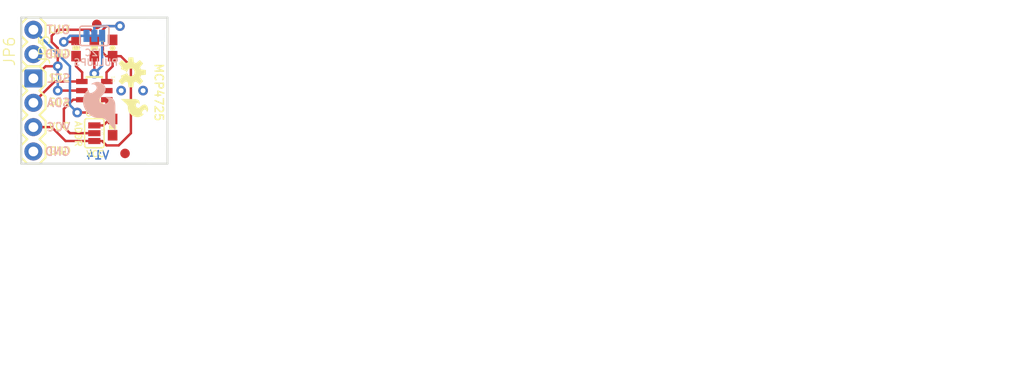
<source format=kicad_pcb>
(kicad_pcb (version 20211014) (generator pcbnew)
  (layers (0 "F.Cu" signal) (31 "B.Cu" signal) (34 "B.Paste" user) (35 "F.Paste" user) (36 "B.SilkS" user "B.Silkscreen") (37 "F.SilkS" user "F.Silkscreen") (38 "B.Mask" user) (39 "F.Mask" user) (44 "Edge.Cuts" user))
  (net 0 "")
  (net 1 "GND")
  (net 2 "VCC")
  (net 3 "SCL")
  (net 4 "SDA")
  (net 5 "N$1")
  (net 6 "N$2")
  (net 7 "N$3")
  (net 8 "VOUT")
  (net 9 "N$4")
  (footprint "boardEagle:STAND-OFF" (layer "F.Cu") (at 154.2161 110.7186)
    (fp_text reference "STANDOFF2" hide)
    (fp_text value "STAND-OFF" hide)
    (pad "" np_thru_hole circle (at 0 0) (size 3.302 3.302) (drill 3.302) (layers *.Cu *.Mask))
  )
  (footprint "boardEagle:0603-RES" (layer "F.Cu") (at 146.5961 100.5586 90)
    (fp_text reference "R2" (at -0.889 -0.762 90) (layer "F.SilkS") (effects (font (size 0.376489 0.376489) (thickness 0.029911)) (justify left)))
    (fp_text value "4.7k")
    (fp_poly (pts (xy -0.2286 0.381) (xy 0.2286 0.381) (xy 0.2286 -0.381) (xy -0.2286 -0.381)) (layer "F.SilkS") (width 0) (fill solid))
    (pad "1" smd rect (at -0.85 0 90) (size 1.1 1) (layers "F.Cu" "F.Paste" "F.Mask") (net 4 "SDA"))
    (pad "2" smd rect (at 0.85 0 90) (size 1.1 1) (layers "F.Cu" "F.Paste" "F.Mask") (net 5 "N$1"))
  )
  (footprint "boardEagle:SOT23-6" (layer "F.Cu") (at 148.5011 105.0036 -90)
    (fp_text reference "U1" (at -0.8255 -2.159 -90) (layer "F.SilkS") (effects (font (size 0.373888 0.373888) (thickness 0.032512)) (justify left bottom)))
    (fp_text value "MCP4725")
    (fp_line (start -1.4224 0.8104) (end -1.4224 -0.8104) (layer "F.SilkS") (width 0.2032))
    (fp_line (start -1.4224 -0.8104) (end -1.3276 -0.8104) (layer "F.SilkS") (width 0.2032))
    (fp_line (start 1.3276 -0.8104) (end 1.4224 -0.8104) (layer "F.SilkS") (width 0.2032))
    (fp_line (start -1.3276 0.8104) (end -1.4224 0.8104) (layer "F.SilkS") (width 0.2032))
    (fp_line (start 1.4224 -0.8104) (end 1.4224 0.8104) (layer "F.SilkS") (width 0.2032))
    (fp_line (start 1.4224 0.8104) (end 1.3276 0.8104) (layer "F.SilkS") (width 0.2032))
    (fp_circle (center 1.0541 -0.3683) (end 1.09 -0.3683) (layer "F.SilkS") (width 0.254) (fill none))
    (pad "1" smd rect (at 0.95 -1.3001 270) (size 0.55 1.2) (layers "F.Cu" "F.Paste" "F.Mask") (net 8 "VOUT"))
    (pad "2" smd rect (at 0 -1.3001 90) (size 0.55 1.2) (layers "F.Cu" "F.Paste" "F.Mask") (net 1 "GND"))
    (pad "3" smd rect (at -0.95 -1.3001 270) (size 0.55 1.2) (layers "F.Cu" "F.Paste" "F.Mask") (net 2 "VCC"))
    (pad "4" smd rect (at -0.95 1.3001 270) (size 0.55 1.2) (layers "F.Cu" "F.Paste" "F.Mask") (net 4 "SDA"))
    (pad "5" smd rect (at 0 1.3001 270) (size 0.55 1.2) (layers "F.Cu" "F.Paste" "F.Mask") (net 3 "SCL"))
    (pad "6" smd rect (at 0.95 1.3001 270) (size 0.55 1.2) (layers "F.Cu" "F.Paste" "F.Mask") (net 7 "N$3"))
  )
  (footprint "boardEagle:FIDUCIAL-1X2" (layer "F.Cu") (at 151.7015 111.5568)
    (fp_text reference "FID1" hide)
    (fp_text value "FIDUCIAL1X2" hide)
    (pad "1" smd roundrect (at 0 0) (size 1 1) (layers "F.Cu" "F.Mask") (roundrect_rratio 0.5))
  )
  (footprint "boardEagle:FIDUCIAL-1X2" (layer "F.Cu") (at 148.7551 98.0948)
    (fp_text reference "FID2" hide)
    (fp_text value "FIDUCIAL1X2" hide)
    (pad "1" smd roundrect (at 0 0) (size 1 1) (layers "F.Cu" "F.Mask") (roundrect_rratio 0.5))
  )
  (footprint "boardEagle:CREATIVE_COMMONS" (layer "F.Cu") (at 162.4711 134.2136)
    (fp_text reference "FRAME2" hide)
    (fp_text value "" hide)
  )
  (footprint "boardEagle:1X04" (layer "F.Cu") (at 142.1511 103.7336 -90)
    (fp_text reference "JP5" (at -1.3462 -1.8288 -90) (layer "F.SilkS") (effects (font (size 1.143 1.143) (thickness 0.127)) (justify left bottom)))
    (fp_text value "")
    (fp_line (start 4.445 -1.27) (end 5.715 -1.27) (layer "F.SilkS") (width 0.2032))
    (fp_line (start 1.27 0.635) (end 0.635 1.27) (layer "F.SilkS") (width 0.2032))
    (fp_line (start 8.89 -0.635) (end 8.89 0.635) (layer "F.SilkS") (width 0.2032))
    (fp_line (start -1.27 -0.635) (end -1.27 0.635) (layer "F.SilkS") (width 0.2032))
    (fp_line (start 0.635 1.27) (end -0.635 1.27) (layer "F.SilkS") (width 0.2032))
    (fp_line (start 3.81 0.635) (end 3.175 1.27) (layer "F.SilkS") (width 0.2032))
    (fp_line (start 8.89 0.635) (end 8.255 1.27) (layer "F.SilkS") (width 0.2032))
    (fp_line (start 3.175 -1.27) (end 3.81 -0.635) (layer "F.SilkS") (width 0.2032))
    (fp_line (start 6.35 0.635) (end 6.985 1.27) (layer "F.SilkS") (width 0.2032))
    (fp_line (start 6.985 -1.27) (end 8.255 -1.27) (layer "F.SilkS") (width 0.2032))
    (fp_line (start 5.715 1.27) (end 4.445 1.27) (layer "F.SilkS") (width 0.2032))
    (fp_line (start 8.255 1.27) (end 6.985 1.27) (layer "F.SilkS") (width 0.2032))
    (fp_line (start 3.175 1.27) (end 1.905 1.27) (layer "F.SilkS") (width 0.2032))
    (fp_line (start -1.27 0.635) (end -0.635 1.27) (layer "F.SilkS") (width 0.2032))
    (fp_line (start 4.445 1.27) (end 3.81 0.635) (layer "F.SilkS") (width 0.2032))
    (fp_line (start 8.255 -1.27) (end 8.89 -0.635) (layer "F.SilkS") (width 0.2032))
    (fp_line (start 6.985 -1.27) (end 6.35 -0.635) (layer "F.SilkS") (width 0.2032))
    (fp_line (start 3.81 -0.635) (end 4.445 -1.27) (layer "F.SilkS") (width 0.2032))
    (fp_line (start 6.35 0.635) (end 5.715 1.27) (layer "F.SilkS") (width 0.2032))
    (fp_line (start 1.905 -1.27) (end 3.175 -1.27) (layer "F.SilkS") (width 0.2032))
    (fp_line (start 5.715 -1.27) (end 6.35 -0.635) (layer "F.SilkS") (width 0.2032))
    (fp_line (start -0.635 -1.27) (end -1.27 -0.635) (layer "F.SilkS") (width 0.2032))
    (fp_line (start 1.27 -0.635) (end 1.905 -1.27) (layer "F.SilkS") (width 0.2032))
    (fp_line (start 0.635 -1.27) (end 1.27 -0.635) (layer "F.SilkS") (width 0.2032))
    (fp_line (start -0.635 -1.27) (end 0.635 -1.27) (layer "F.SilkS") (width 0.2032))
    (fp_line (start 1.905 1.27) (end 1.27 0.635) (layer "F.SilkS") (width 0.2032))
    (pad "1" thru_hole rect (at 0 0) (size 1.8796 1.8796) (drill 1.016) (layers *.Cu *.Mask) (net 3 "SCL"))
    (pad "2" thru_hole circle (at 2.54 0) (size 1.8796 1.8796) (drill 1.016) (layers *.Cu *.Mask) (net 4 "SDA"))
    (pad "3" thru_hole circle (at 5.08 0) (size 1.8796 1.8796) (drill 1.016) (layers *.Cu *.Mask) (net 2 "VCC"))
    (pad "4" thru_hole circle (at 7.62 0) (size 1.8796 1.8796) (drill 1.016) (layers *.Cu *.Mask) (net 1 "GND"))
  )
  (footprint "boardEagle:0603-RES" (layer "F.Cu") (at 150.4061 108.8136 90)
    (fp_text reference "R3" (at -0.889 -0.762 90) (layer "F.SilkS") (effects (font (size 0.373888 0.373888) (thickness 0.032512)) (justify left bottom)))
    (fp_text value "10k")
    (fp_poly (pts (xy -0.2286 0.381) (xy 0.2286 0.381) (xy 0.2286 -0.381) (xy -0.2286 -0.381)) (layer "F.SilkS") (width 0) (fill solid))
    (pad "1" smd rect (at -0.85 0 90) (size 1.1 1) (layers "F.Cu" "F.Paste" "F.Mask") (net 1 "GND"))
    (pad "2" smd rect (at 0.85 0 90) (size 1.1 1) (layers "F.Cu" "F.Paste" "F.Mask") (net 9 "N$4"))
  )
  (footprint "boardEagle:SFE-LOGO-FLAME" (layer "F.Cu") (at 151.2951 105.8926 -90)
    (fp_text reference "GND0" hide)
    (fp_text value "LOGO-SFESK" hide)
    (fp_poly (pts (xy 1.126002 -2.808203) (xy 1.215449 -2.785829) (xy 1.228477 -2.780783) (xy 1.240149 -2.774875) (xy 1.25686 -2.766576) (xy 1.275552 -2.759834) (xy 1.371694 -2.7026) (xy 1.3793 -2.7026) (xy 1.3793 -2.6772) (xy 1.306833 -2.6772) (xy 1.208418 -2.657914) (xy 1.074855 -2.495286) (xy 1.079365 -2.436825) (xy 1.12809 -2.341869) (xy 1.204666 -2.265196) (xy 1.294069 -2.200638) (xy 1.369348 -2.168824) (xy 1.450737 -2.171632) (xy 1.458864 -2.174186) (xy 1.466257 -2.177389) (xy 1.530514 -2.236956) (xy 1.5368 -2.259812) (xy 1.5368 -2.377938) (xy 1.763707 -2.148127) (xy 1.868186 -1.856841) (xy 1.871603 -1.856894) (xy 1.87806 -1.650435) (xy 1.848857 -1.45742) (xy 1.785308 -1.272842) (xy 1.6663 -1.061578) (xy 1.6663 -1.080581) (xy 1.378131 -0.80901) (xy 0.982239 -0.6985) (xy 0.753005 -0.6985) (xy 0.716201 -0.692046) (xy 0.681776 -0.679592) (xy 0.496322 -0.541784) (xy -0.0126 0.03091) (xy -0.0126 -1.52077) (xy 0.060004 -1.761967) (xy 0.168295 -1.865489) (xy 0.307122 -1.917522) (xy 0.4039 -1.925089) (xy 0.499384 -1.917623) (xy 0.55991 -1.908099) (xy 0.557788 -1.884433) (xy 0.522216 -1.885242) (xy 0.501784 -1.876141) (xy 0.420519 -1.817154) (xy 0.400722 -1.79067) (xy 0.390395 -1.7285) (xy 0.400905 -1.665229) (xy 0.421405 -1.625174) (xy 0.452343 -1.592685) (xy 0.546535 -1.54355) (xy 0.652229 -1.531742) (xy 0.742768 -1.550084) (xy 0.82422 -1.589656) (xy 0.92203 -1.754659) (xy 0.907706 -1.848844) (xy 0.850914 -1.930401) (xy 0.584707 -2.263237) (xy 0.561667 -2.510855) (xy 0.627495 -2.621556) (xy 0.629042 -2.623103) (xy 0.778901 -2.74712) (xy 1.032676 -2.817064)) (layer "F.SilkS") (width 0) (fill solid))
  )
  (footprint "boardEagle:OSHW-LOGO-S" (layer "F.Cu") (at 152.3111 103.0986 -90)
    (fp_text reference "LOGO1" hide)
    (fp_text value "OSHW-LOGOS" hide)
    (fp_poly (pts (xy 0.301647 -1.061351) (xy 0.42347 -1.022344) (xy 0.537177 -0.963769) (xy 0.92862 -1.282946) (xy 1.282946 -0.92862) (xy 0.961035 -0.533823) (xy 1.057046 -0.302084) (xy 1.5638 -0.250561) (xy 1.5638 0.250561) (xy 1.057046 0.302084) (xy 0.961035 0.533823) (xy 1.282946 0.92862) (xy 0.92862 1.282946) (xy 0.537177 0.96377) (xy 0.356601 1.056794) (xy 0.088679 0.410073) (xy 0.326262 0.2176) (xy 0.373649 0.121468) (xy 0.392729 0.010339) (xy 0.379464 -0.101634) (xy 0.334947 -0.205229) (xy 0.262842 -0.291918) (xy 0.169087 -0.354561) (xy 0.061406 -0.387999) (xy -0.051342 -0.38948) (xy -0.159868 -0.358881) (xy -0.255234 -0.298724) (xy -0.329589 -0.213962) (xy -0.376813 -0.111569) (xy -0.392176 -0.005767) (xy -0.322923 0.222565) (xy -0.249312 0.303773) (xy 0.091677 0.5081) (xy -0.12929 0.5081) (xy -0.355332 1.053732) (xy -0.506597 0.983577) (xy -0.538922 0.965192) (xy -0.92862 1.282946) (xy -1.282946 0.92862) (xy -0.961035 0.533823) (xy -1.057046 0.302084) (xy -1.5638 0.250561) (xy -1.5638 -0.250561) (xy -1.057046 -0.302084) (xy -0.961035 -0.533823) (xy -1.282946 -0.92862) (xy -0.92862 -1.282946) (xy -0.533823 -0.961035) (xy -0.302084 -1.057046) (xy -0.250561 -1.5638) (xy 0.250561 -1.5638)) (layer "F.SilkS") (width 0) (fill solid))
  )
  (footprint "boardEagle:0603-CAP" (layer "F.Cu") (at 150.4061 100.5586 90)
    (fp_text reference "C1" (at -0.889 -0.762 90) (layer "F.SilkS") (effects (font (size 0.376489 0.376489) (thickness 0.029911)) (justify left)))
    (fp_text value "0.1uF")
    (fp_line (start 0 -0.0305) (end 0 0.0305) (layer "F.SilkS") (width 0.5588))
    (pad "1" smd rect (at -0.85 0 90) (size 1.1 1) (layers "F.Cu" "F.Paste" "F.Mask") (net 2 "VCC"))
    (pad "2" smd rect (at 0.85 0 90) (size 1.1 1) (layers "F.Cu" "F.Paste" "F.Mask") (net 1 "GND"))
  )
  (footprint "boardEagle:PAD-JUMPER-3-2OF3_NC_BY_PASTE_YES_SILK_FULL_BOX" (layer "F.Cu") (at 148.5011 109.4486 90)
    (fp_text reference "SJ2" (at -1.27 -1.27 90) (layer "F.SilkS") (effects (font (size 0.373888 0.373888) (thickness 0.032512)) (justify left bottom)))
    (fp_text value "JUMPER-PAD-3-2OF3_NC_BY_PASTE")
    (fp_line (start 1.524 0.762) (end 1.524 -0.762) (layer "F.SilkS") (width 0.1524))
    (fp_line (start 1.27 1.016) (end -1.27 1.016) (layer "F.SilkS") (width 0.1524))
    (fp_line (start -1.524 0.762) (end -1.524 -0.762) (layer "F.SilkS") (width 0.1524))
    (fp_line (start -1.27 -1.016) (end 1.27 -1.016) (layer "F.SilkS") (width 0.1524))
    (fp_arc (start 1.524 0.762) (mid 1.449605 0.941605) (end 1.27 1.016) (layer "F.SilkS") (width 0.1524))
    (fp_arc (start 1.27 -1.016) (mid 1.449605 -0.941605) (end 1.524 -0.762) (layer "F.SilkS") (width 0.1524))
    (fp_arc (start -1.524 -0.762) (mid -1.449605 -0.941605) (end -1.27 -1.016) (layer "F.SilkS") (width 0.1524))
    (fp_arc (start -1.27 1.016) (mid -1.449605 0.941605) (end -1.524 0.762) (layer "F.SilkS") (width 0.1524))
    (pad "1" smd rect (at -0.8128 0 90) (size 0.635 1.27) (layers "F.Cu" "F.Mask") (net 2 "VCC"))
    (pad "2" smd rect (at 0 0 90) (size 0.635 1.27) (layers "F.Cu" "F.Mask") (net 7 "N$3"))
    (pad "3" smd rect (at 0.8128 0 90) (size 0.635 1.27) (layers "F.Cu" "F.Mask") (net 9 "N$4"))
  )
  (footprint "boardEagle:STAND-OFF" (layer "F.Cu") (at 154.2161 99.2886)
    (fp_text reference "STANDOFF1" hide)
    (fp_text value "STAND-OFF" hide)
    (pad "" np_thru_hole circle (at 0 0) (size 3.302 3.302) (drill 3.302) (layers *.Cu *.Mask))
  )
  (footprint "boardEagle:0603-RES" (layer "F.Cu") (at 148.5011 100.5586 -90)
    (fp_text reference "R1" (at -0.889 -0.762 90) (layer "F.SilkS") (effects (font (size 0.376489 0.376489) (thickness 0.029911)) (justify right)))
    (fp_text value "4.7k")
    (fp_poly (pts (xy -0.2286 0.381) (xy 0.2286 0.381) (xy 0.2286 -0.381) (xy -0.2286 -0.381)) (layer "F.SilkS") (width 0) (fill solid))
    (pad "1" smd rect (at -0.85 0 270) (size 1.1 1) (layers "F.Cu" "F.Paste" "F.Mask") (net 3 "SCL"))
    (pad "2" smd rect (at 0.85 0 270) (size 1.1 1) (layers "F.Cu" "F.Paste" "F.Mask") (net 6 "N$2"))
  )
  (footprint "boardEagle:1X02" (layer "F.Cu") (at 142.1511 101.1936 90)
    (fp_text reference "JP6" (at -1.3462 -1.8288 90) (layer "F.SilkS") (effects (font (size 1.143 1.143) (thickness 0.127)) (justify left bottom)))
    (fp_text value "M02PTH")
    (fp_line (start -0.635 -1.27) (end -1.27 -0.635) (layer "F.SilkS") (width 0.2032))
    (fp_line (start 0.635 1.27) (end -0.635 1.27) (layer "F.SilkS") (width 0.2032))
    (fp_line (start 1.27 0.635) (end 0.635 1.27) (layer "F.SilkS") (width 0.2032))
    (fp_line (start 1.27 -0.635) (end 1.905 -1.27) (layer "F.SilkS") (width 0.2032))
    (fp_line (start -1.27 -0.635) (end -1.27 0.635) (layer "F.SilkS") (width 0.2032))
    (fp_line (start 0.635 -1.27) (end 1.27 -0.635) (layer "F.SilkS") (width 0.2032))
    (fp_line (start 3.81 0.635) (end 3.175 1.27) (layer "F.SilkS") (width 0.2032))
    (fp_line (start 3.175 1.27) (end 1.905 1.27) (layer "F.SilkS") (width 0.2032))
    (fp_line (start 3.175 -1.27) (end 3.81 -0.635) (layer "F.SilkS") (width 0.2032))
    (fp_line (start 1.905 1.27) (end 1.27 0.635) (layer "F.SilkS") (width 0.2032))
    (fp_line (start 1.905 -1.27) (end 3.175 -1.27) (layer "F.SilkS") (width 0.2032))
    (fp_line (start 3.81 -0.635) (end 3.81 0.635) (layer "F.SilkS") (width 0.2032))
    (fp_line (start -1.27 0.635) (end -0.635 1.27) (layer "F.SilkS") (width 0.2032))
    (fp_line (start -0.635 -1.27) (end 0.635 -1.27) (layer "F.SilkS") (width 0.2032))
    (pad "1" thru_hole circle (at 0 0 180) (size 1.8796 1.8796) (drill 1.016) (layers *.Cu *.Mask) (net 1 "GND"))
    (pad "2" thru_hole circle (at 2.54 0 180) (size 1.8796 1.8796) (drill 1.016) (layers *.Cu *.Mask) (net 8 "VOUT"))
  )
  (footprint "boardEagle:PAD-JUMPER-3-3OF3_NC_BY_TRACE_YES_SILK_FULL_BOX" (layer "B.Cu") (at 148.5011 99.2886)
    (fp_text reference "SJ1" (at -1.27 1.27 180) (layer "B.SilkS") (effects (font (size 0.373888 0.373888) (thickness 0.032512)) (justify left bottom mirror)))
    (fp_text value "")
    (fp_line (start 0.254 0) (end 1.016 0) (layer "B.Cu") (width 0.2032))
    (fp_line (start -1.016 0) (end -0.254 0) (layer "B.Cu") (width 0.2032))
    (fp_line (start 1.27 -1.016) (end -1.27 -1.016) (layer "B.SilkS") (width 0.1524))
    (fp_line (start -1.524 -0.762) (end -1.524 0.762) (layer "B.SilkS") (width 0.1524))
    (fp_line (start 1.524 -0.762) (end 1.524 0.762) (layer "B.SilkS") (width 0.1524))
    (fp_line (start -1.27 1.016) (end 1.27 1.016) (layer "B.SilkS") (width 0.1524))
    (fp_arc (start 1.524 0.762) (mid 1.449605 0.941605) (end 1.27 1.016) (layer "B.SilkS") (width 0.1524))
    (fp_arc (start -1.524 -0.762) (mid -1.449605 -0.941605) (end -1.27 -1.016) (layer "B.SilkS") (width 0.1524))
    (fp_arc (start -1.27 1.016) (mid -1.449605 0.941605) (end -1.524 0.762) (layer "B.SilkS") (width 0.1524))
    (fp_arc (start 1.27 -1.016) (mid 1.449605 -0.941605) (end 1.524 -0.762) (layer "B.SilkS") (width 0.1524))
    (pad "1" smd rect (at -0.8128 0) (size 0.635 1.27) (layers "B.Cu" "B.Mask") (net 5 "N$1"))
    (pad "2" smd rect (at 0 0) (size 0.635 1.27) (layers "B.Cu" "B.Mask") (net 2 "VCC"))
    (pad "3" smd rect (at 0.8128 0) (size 0.635 1.27) (layers "B.Cu" "B.Mask") (net 6 "N$2"))
  )
  (footprint "boardEagle:SFE_LOGO_FLAME_.2" (layer "B.Cu") (at 151.0411 109.4486 180)
    (fp_text reference "U$3" hide)
    (fp_text value "" hide)
    (fp_poly (pts (xy 2.350408 5.352523) (xy 2.530814 5.30241) (xy 2.681118 5.242289) (xy 2.801381 5.172135) (xy 2.871448 5.122087) (xy 2.908389 5.09746) (xy 2.889687 5.09746) (xy 2.849688 5.10746) (xy 2.720136 5.10746) (xy 2.630453 5.097495) (xy 2.550888 5.077604) (xy 2.471429 5.037874) (xy 2.39184 4.968234) (xy 2.352152 4.918625) (xy 2.322316 4.858952) (xy 2.30246 4.809312) (xy 2.292575 4.75) (xy 2.302481 4.690561) (xy 2.322333 4.621079) (xy 2.362134 4.561378) (xy 2.412001 4.481591) (xy 2.461723 4.431869) (xy 2.531572 4.371998) (xy 2.671313 4.272184) (xy 2.750927 4.232377) (xy 2.890355 4.19254) (xy 2.959477 4.19254) (xy 3.028551 4.222143) (xy 3.077983 4.271575) (xy 3.107574 4.320894) (xy 3.127418 4.439957) (xy 3.11746 4.489748) (xy 3.11746 4.554583) (xy 3.281592 4.452001) (xy 3.452057 4.281535) (xy 3.582326 4.041038) (xy 3.682475 3.760623) (xy 3.732551 3.430119) (xy 3.71252 3.079583) (xy 3.612378 2.71907) (xy 3.422151 2.348628) (xy 3.281933 2.168348) (xy 3.13171 2.00811) (xy 2.961453 1.877913) (xy 2.771205 1.757757) (xy 2.570861 1.667602) (xy 2.350494 1.607502) (xy 2.110158 1.57746) (xy 1.720342 1.57746) (xy 1.610861 1.547602) (xy 1.501268 1.497787) (xy 1.401581 1.428006) (xy 1.301749 1.338157) (xy 1.191873 1.228281) (xy 1.081901 1.098315) (xy 0.951861 0.958272) (xy 0.831866 0.828277) (xy 0.721916 0.708332) (xy 0.62192 0.588337) (xy 0.531948 0.488367) (xy 0.461968 0.398393) (xy 0.401865 0.328273) (xy 0.362088 0.288496) (xy 0.34746 0.25924) (xy 0.34746 2.840067) (xy 0.357468 3.030225) (xy 0.377504 3.190509) (xy 0.417635 3.330969) (xy 0.477869 3.441397) (xy 0.548092 3.531684) (xy 0.628382 3.611974) (xy 0.718811 3.67226) (xy 0.819192 3.712412) (xy 0.929416 3.742474) (xy 1.029748 3.76254) (xy 1.210181 3.76254) (xy 1.280661 3.752471) (xy 1.330863 3.73239) (xy 1.360413 3.72254) (xy 1.376132 3.72254) (xy 1.361505 3.707912) (xy 1.341136 3.697728) (xy 1.301041 3.677681) (xy 1.251257 3.657767) (xy 1.211552 3.627989) (xy 1.161697 3.588105) (xy 1.121924 3.548332) (xy 1.09228 3.508806) (xy 1.07254 3.449587) (xy 1.07254 3.380355) (xy 1.092377 3.310927) (xy 1.122088 3.251504) (xy 1.181723 3.191869) (xy 1.251276 3.132252) (xy 1.340734 3.102433) (xy 1.450342 3.07254) (xy 1.609645 3.07254) (xy 1.748921 3.112333) (xy 1.868325 3.191936) (xy 1.957737 3.291282) (xy 1.99746 3.420383) (xy 1.99746 3.559436) (xy 1.927848 3.708605) (xy 1.79814 3.858268) (xy 1.628085 4.028323) (xy 1.497836 4.198649) (xy 1.407627 4.379066) (xy 1.35746 4.549634) (xy 1.35746 4.720435) (xy 1.417717 4.891162) (xy 1.528109 5.051733) (xy 1.69859 5.192129) (xy 1.929117 5.312404) (xy 2.149778 5.362554)) (layer "B.SilkS") (width 0) (fill solid))
  )
  (gr_line (start 140.8811 97.3836) (end 140.8811 112.6236) (layer "Edge.Cuts") (width 0.2032))
  (gr_line (start 140.8811 112.6236) (end 156.1211 112.6236) (layer "Edge.Cuts") (width 0.2032))
  (gr_line (start 156.1211 97.3836) (end 140.8811 97.3836) (layer "Edge.Cuts") (width 0.2032))
  (gr_line (start 156.1211 112.6236) (end 156.1211 97.3836) (layer "Edge.Cuts") (width 0.2032))
  (gr_text "V14" (at 150.1521 112.2426) (layer "B.Cu") (effects (font (size 0.8636 0.8636) (thickness 0.1524)) (justify left bottom mirror)))
  (gr_text "SDA" (at 146.0881 106.2736) (layer "B.SilkS") (effects (font (size 0.8636 0.8636) (thickness 0.1524)) (justify left mirror)))
  (gr_text "GND" (at 146.0881 101.1936) (layer "B.SilkS") (effects (font (size 0.8636 0.8636) (thickness 0.1524)) (justify left mirror)))
  (gr_text "GND" (at 146.0881 111.3536) (layer "B.SilkS") (effects (font (size 0.8636 0.8636) (thickness 0.1524)) (justify left mirror)))
  (gr_text "PULLUPS" (at 151.0411 102.4636) (layer "B.SilkS") (effects (font (size 0.69088 0.69088) (thickness 0.12192)) (justify left bottom mirror)))
  (gr_text "OUT" (at 146.0881 98.6536) (layer "B.SilkS") (effects (font (size 0.8636 0.8636) (thickness 0.1524)) (justify left mirror)))
  (gr_text "SCL" (at 146.0881 103.7336) (layer "B.SilkS") (effects (font (size 0.8636 0.8636) (thickness 0.1524)) (justify left mirror)))
  (gr_text "I2C " (at 149.2631 101.4476) (layer "B.SilkS") (effects (font (size 0.69088 0.69088) (thickness 0.12192)) (justify left bottom mirror)))
  (gr_text "VCC" (at 146.0881 108.8136) (layer "B.SilkS") (effects (font (size 0.8636 0.8636) (thickness 0.1524)) (justify left mirror)))
  (gr_text "GND" (at 143.6751 101.5746) (layer "F.SilkS") (effects (font (size 0.75565 0.75565) (thickness 0.13335)) (justify left bottom)))
  (gr_text "OUT" (at 143.7005 99.06) (layer "F.SilkS") (effects (font (size 0.75565 0.75565) (thickness 0.13335)) (justify left bottom)))
  (gr_text "VCC" (at 143.6751 109.1946) (layer "F.SilkS") (effects (font (size 0.75565 0.75565) (thickness 0.13335)) (justify left bottom)))
  (gr_text "VCC" (at 148.6027 111.9886) (layer "F.SilkS") (effects (font (size 0.6477 0.6477) (thickness 0.1143)) (justify bottom)))
  (gr_text "SCL" (at 143.6751 104.1146) (layer "F.SilkS") (effects (font (size 0.75565 0.75565) (thickness 0.13335)) (justify left bottom)))
  (gr_text "MCP4725" (at 154.7241 102.0826 270) (layer "F.SilkS") (effects (font (size 0.8636 0.8636) (thickness 0.1524)) (justify left bottom)))
  (gr_text "SDA" (at 143.6751 106.6546) (layer "F.SilkS") (effects (font (size 0.75565 0.75565) (thickness 0.13335)) (justify left bottom)))
  (gr_text "GND" (at 143.6751 111.7346) (layer "F.SilkS") (effects (font (size 0.75565 0.75565) (thickness 0.13335)) (justify left bottom)))
  (gr_text "GND" (at 147.4851 107.7468) (layer "F.SilkS") (effects (font (size 0.6477 0.6477) (thickness 0.1143)) (justify left bottom)))
  (gr_text "ADDR" (at 146.4183 108.1024 270) (layer "F.SilkS") (effects (font (size 0.69088 0.69088) (thickness 0.12192)) (justify left bottom)))
  (via (at 153.5811 105.0036) (size 1.016) (drill 0.508) (layers "F.Cu" "B.Cu") (net 1))
  (via (at 151.2951 105.0036) (size 1.016) (drill 0.508) (layers "F.Cu" "B.Cu") (net 1))
  (segment (start 148.5011 110.2614) (end 145.5039 110.2614) (width 0.254) (layer "F.Cu") (net 2))
  (segment (start 149.7321 101.4086) (end 149.3901 101.0666) (width 0.254) (layer "F.Cu") (net 2))
  (segment (start 152.3111 109.4486) (end 151.0411 110.7186) (width 0.254) (layer "F.Cu") (net 2))
  (segment (start 150.4061 101.4086) (end 150.4061 102.4636) (width 0.254) (layer "F.Cu") (net 2))
  (segment (start 149.3901 101.0666) (end 149.3901 98.6536) (width 0.254) (layer "F.Cu") (net 2))
  (segment (start 152.3111 102.4636) (end 152.3111 109.4486) (width 0.254) (layer "F.Cu") (net 2))
  (segment (start 150.4061 101.4086) (end 149.7321 101.4086) (width 0.254) (layer "F.Cu") (net 2))
  (segment (start 150.4061 102.4636) (end 149.7711 103.0986) (width 0.254) (layer "F.Cu") (net 2))
  (segment (start 148.5011 110.2614) (end 149.3139 110.2614) (width 0.254) (layer "F.Cu") (net 2))
  (segment (start 151.2561 101.4086) (end 152.3111 102.4636) (width 0.254) (layer "F.Cu") (net 2))
  (segment (start 149.3901 98.6536) (end 149.7711 98.2726) (width 0.254) (layer "F.Cu") (net 2))
  (segment (start 149.7711 98.2726) (end 151.1681 98.2726) (width 0.254) (layer "F.Cu") (net 2))
  (segment (start 151.0411 110.7186) (end 149.7711 110.7186) (width 0.254) (layer "F.Cu") (net 2))
  (segment (start 149.7711 104.0235) (end 149.8012 104.0536) (width 0.254) (layer "F.Cu") (net 2))
  (segment (start 142.1511 108.8136) (end 144.0561 108.8136) (width 0.254) (layer "F.Cu") (net 2))
  (segment (start 150.4061 101.4086) (end 151.2561 101.4086) (width 0.254) (layer "F.Cu") (net 2))
  (segment (start 144.0561 108.8136) (end 145.5039 110.2614) (width 0.254) (layer "F.Cu") (net 2))
  (segment (start 149.3139 110.2614) (end 149.7711 110.7186) (width 0.254) (layer "F.Cu") (net 2))
  (segment (start 149.7711 103.0986) (end 149.7711 104.0235) (width 0.254) (layer "F.Cu") (net 2))
  (via (at 151.1681 98.2726) (size 1.016) (drill 0.508) (layers "F.Cu" "B.Cu") (net 2))
  (segment (start 148.6281 98.2726) (end 151.1681 98.2726) (width 0.254) (layer "B.Cu") (net 2))
  (segment (start 148.5011 98.3996) (end 148.6281 98.2726) (width 0.254) (layer "B.Cu") (net 2))
  (segment (start 148.5011 99.2886) (end 148.5011 98.3996) (width 0.254) (layer "B.Cu") (net 2))
  (segment (start 144.6911 102.4636) (end 144.6911 100.5586) (width 0.254) (layer "F.Cu") (net 3))
  (segment (start 148.1201 98.6536) (end 144.6911 98.6536) (width 0.254) (layer "F.Cu") (net 3))
  (segment (start 148.5011 99.7086) (end 148.5011 99.0346) (width 0.254) (layer "F.Cu") (net 3))
  (segment (start 144.0561 99.9236) (end 144.0561 99.2886) (width 0.254) (layer "F.Cu") (net 3))
  (segment (start 147.201 105.0036) (end 144.6911 105.0036) (width 0.254) (layer "F.Cu") (net 3))
  (segment (start 148.5011 99.0346) (end 148.1201 98.6536) (width 0.254) (layer "F.Cu") (net 3))
  (segment (start 144.6911 100.5586) (end 144.0561 99.9236) (width 0.254) (layer "F.Cu") (net 3))
  (segment (start 144.6911 98.6536) (end 144.0561 99.2886) (width 0.254) (layer "F.Cu") (net 3))
  (segment (start 143.4211 102.4636) (end 142.1511 103.7336) (width 0.254) (layer "F.Cu") (net 3))
  (segment (start 144.6911 102.4636) (end 143.4211 102.4636) (width 0.254) (layer "F.Cu") (net 3))
  (via (at 144.6911 102.4636) (size 1.016) (drill 0.508) (layers "F.Cu" "B.Cu") (net 3))
  (via (at 144.6911 105.0036) (size 1.016) (drill 0.508) (layers "F.Cu" "B.Cu") (net 3))
  (segment (start 144.6911 105.0036) (end 144.6911 102.4636) (width 0.254) (layer "B.Cu") (net 3))
  (segment (start 147.2311 104.0235) (end 147.201 104.0536) (width 0.254) (layer "F.Cu") (net 4))
  (segment (start 147.201 104.0536) (end 144.3711 104.0536) (width 0.254) (layer "F.Cu") (net 4))
  (segment (start 146.5961 102.4636) (end 147.2311 103.0986) (width 0.254) (layer "F.Cu") (net 4))
  (segment (start 147.2311 103.0986) (end 147.2311 104.0235) (width 0.254) (layer "F.Cu") (net 4))
  (segment (start 146.5961 101.4086) (end 146.5961 102.4636) (width 0.254) (layer "F.Cu") (net 4))
  (segment (start 144.3711 104.0536) (end 142.1511 106.2736) (width 0.254) (layer "F.Cu") (net 4))
  (segment (start 145.3261 99.9236) (end 146.3811 99.9236) (width 0.254) (layer "F.Cu") (net 5))
  (segment (start 146.3811 99.9236) (end 146.5961 99.7086) (width 0.254) (layer "F.Cu") (net 5))
  (via (at 145.3261 99.9236) (size 1.016) (drill 0.508) (layers "F.Cu" "B.Cu") (net 5))
  (segment (start 147.6883 99.2886) (end 145.9611 99.2886) (width 0.254) (layer "B.Cu") (net 5))
  (segment (start 145.9611 99.2886) (end 145.3261 99.9236) (width 0.254) (layer "B.Cu") (net 5))
  (segment (start 148.5011 103.2256) (end 148.5011 101.4086) (width 0.254) (layer "F.Cu") (net 6))
  (via (at 148.5011 103.2256) (size 1.016) (drill 0.508) (layers "F.Cu" "B.Cu") (net 6))
  (segment (start 148.5011 103.2256) (end 149.3139 102.4128) (width 0.254) (layer "B.Cu") (net 6))
  (segment (start 149.3139 99.2886) (end 149.3139 102.4128) (width 0.254) (layer "B.Cu") (net 6))
  (segment (start 145.3261 106.9086) (end 145.3261 108.8136) (width 0.254) (layer "F.Cu") (net 7))
  (segment (start 147.201 105.9536) (end 146.2811 105.9536) (width 0.254) (layer "F.Cu") (net 7))
  (segment (start 145.3261 108.8136) (end 145.9611 109.4486) (width 0.254) (layer "F.Cu") (net 7))
  (segment (start 145.9611 109.4486) (end 148.5011 109.4486) (width 0.254) (layer "F.Cu") (net 7))
  (segment (start 146.2811 105.9536) (end 145.3261 106.9086) (width 0.254) (layer "F.Cu") (net 7))
  (segment (start 149.7711 106.9086) (end 149.7711 105.9837) (width 0.254) (layer "F.Cu") (net 8))
  (segment (start 149.7711 105.9837) (end 149.8012 105.9536) (width 0.254) (layer "F.Cu") (net 8))
  (segment (start 146.7231 107.2896) (end 149.3901 107.2896) (width 0.254) (layer "F.Cu") (net 8))
  (segment (start 149.3901 107.2896) (end 149.7711 106.9086) (width 0.254) (layer "F.Cu") (net 8))
  (via (at 146.7231 107.2896) (size 1.016) (drill 0.508) (layers "F.Cu" "B.Cu") (net 8))
  (segment (start 142.1511 98.6536) (end 145.9611 102.4636) (width 0.254) (layer "B.Cu") (net 8))
  (segment (start 145.9611 106.5276) (end 146.7231 107.2896) (width 0.254) (layer "B.Cu") (net 8))
  (segment (start 145.9611 102.4636) (end 145.9611 106.5276) (width 0.254) (layer "B.Cu") (net 8))
  (segment (start 150.4061 107.9636) (end 150.1131 107.9636) (width 0.254) (layer "F.Cu") (net 9))
  (segment (start 150.1131 107.9636) (end 149.4409 108.6358) (width 0.254) (layer "F.Cu") (net 9))
  (segment (start 148.5011 108.6358) (end 149.4409 108.6358) (width 0.254) (layer "F.Cu") (net 9))
)
</source>
